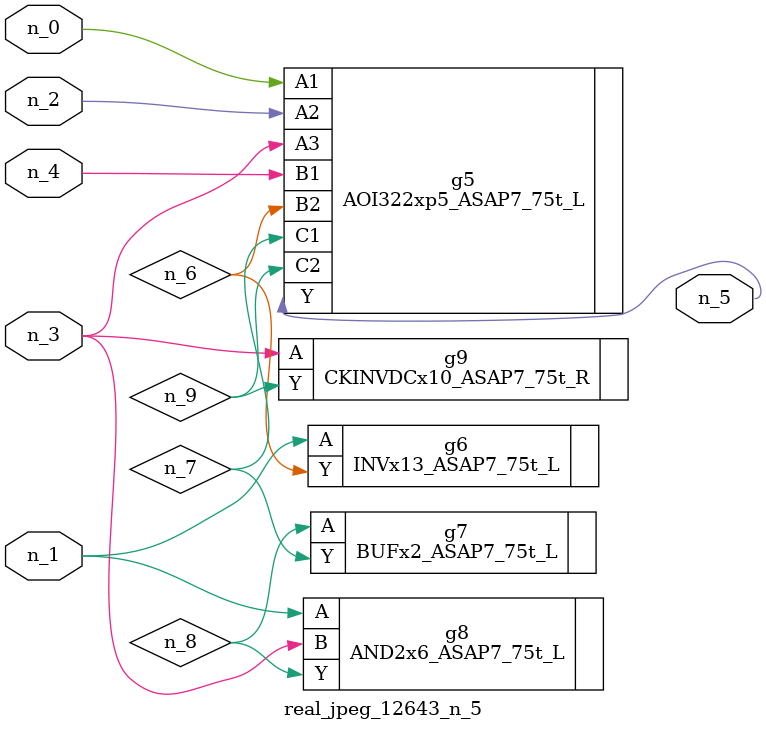
<source format=v>
module real_jpeg_12643_n_5 (n_4, n_0, n_1, n_2, n_3, n_5);

input n_4;
input n_0;
input n_1;
input n_2;
input n_3;

output n_5;

wire n_8;
wire n_6;
wire n_7;
wire n_9;

AOI322xp5_ASAP7_75t_L g5 ( 
.A1(n_0),
.A2(n_2),
.A3(n_3),
.B1(n_4),
.B2(n_6),
.C1(n_7),
.C2(n_9),
.Y(n_5)
);

INVx13_ASAP7_75t_L g6 ( 
.A(n_1),
.Y(n_6)
);

AND2x6_ASAP7_75t_L g8 ( 
.A(n_1),
.B(n_3),
.Y(n_8)
);

CKINVDCx10_ASAP7_75t_R g9 ( 
.A(n_3),
.Y(n_9)
);

BUFx2_ASAP7_75t_L g7 ( 
.A(n_8),
.Y(n_7)
);


endmodule
</source>
